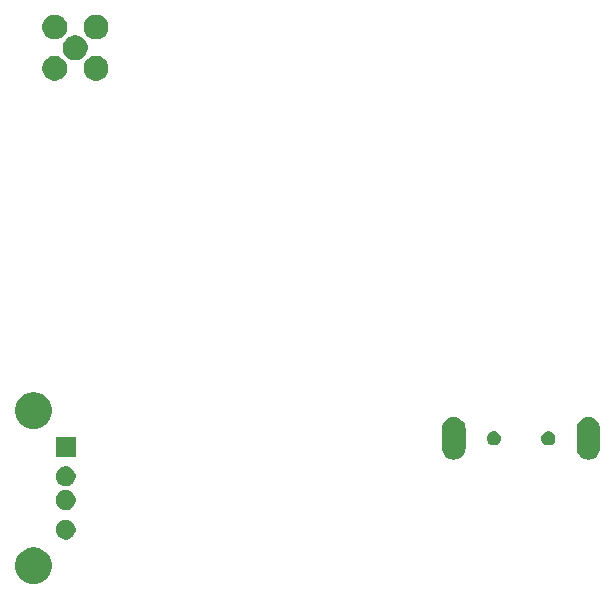
<source format=gbr>
G04 #@! TF.GenerationSoftware,KiCad,Pcbnew,5.1.4-5.1.4*
G04 #@! TF.CreationDate,2019-09-27T17:33:58+02:00*
G04 #@! TF.ProjectId,Backcover,4261636b-636f-4766-9572-2e6b69636164,rev?*
G04 #@! TF.SameCoordinates,Original*
G04 #@! TF.FileFunction,Soldermask,Bot*
G04 #@! TF.FilePolarity,Negative*
%FSLAX46Y46*%
G04 Gerber Fmt 4.6, Leading zero omitted, Abs format (unit mm)*
G04 Created by KiCad (PCBNEW 5.1.4-5.1.4) date 2019-09-27 17:33:58*
%MOMM*%
%LPD*%
G04 APERTURE LIST*
%ADD10C,0.100000*%
G04 APERTURE END LIST*
D10*
G36*
X9022585Y4151198D02*
G01*
X9172410Y4121396D01*
X9454674Y4004479D01*
X9708705Y3834741D01*
X9924741Y3618705D01*
X10094479Y3364674D01*
X10211396Y3082410D01*
X10271000Y2782760D01*
X10271000Y2477240D01*
X10211396Y2177590D01*
X10094479Y1895326D01*
X9924741Y1641295D01*
X9708705Y1425259D01*
X9454674Y1255521D01*
X9172410Y1138604D01*
X9022585Y1108802D01*
X8872761Y1079000D01*
X8567239Y1079000D01*
X8417415Y1108802D01*
X8267590Y1138604D01*
X7985326Y1255521D01*
X7731295Y1425259D01*
X7515259Y1641295D01*
X7345521Y1895326D01*
X7228604Y2177590D01*
X7169000Y2477240D01*
X7169000Y2782760D01*
X7228604Y3082410D01*
X7345521Y3364674D01*
X7515259Y3618705D01*
X7731295Y3834741D01*
X7985326Y4004479D01*
X8267590Y4121396D01*
X8417415Y4151198D01*
X8567239Y4181000D01*
X8872761Y4181000D01*
X9022585Y4151198D01*
X9022585Y4151198D01*
G37*
G36*
X11678228Y6518297D02*
G01*
X11833100Y6454147D01*
X11972481Y6361015D01*
X12091015Y6242481D01*
X12184147Y6103100D01*
X12248297Y5948228D01*
X12281000Y5783816D01*
X12281000Y5616184D01*
X12248297Y5451772D01*
X12184147Y5296900D01*
X12091015Y5157519D01*
X11972481Y5038985D01*
X11833100Y4945853D01*
X11678228Y4881703D01*
X11513816Y4849000D01*
X11346184Y4849000D01*
X11181772Y4881703D01*
X11026900Y4945853D01*
X10887519Y5038985D01*
X10768985Y5157519D01*
X10675853Y5296900D01*
X10611703Y5451772D01*
X10579000Y5616184D01*
X10579000Y5783816D01*
X10611703Y5948228D01*
X10675853Y6103100D01*
X10768985Y6242481D01*
X10887519Y6361015D01*
X11026900Y6454147D01*
X11181772Y6518297D01*
X11346184Y6551000D01*
X11513816Y6551000D01*
X11678228Y6518297D01*
X11678228Y6518297D01*
G37*
G36*
X11678228Y9018297D02*
G01*
X11833100Y8954147D01*
X11972481Y8861015D01*
X12091015Y8742481D01*
X12184147Y8603100D01*
X12248297Y8448228D01*
X12281000Y8283816D01*
X12281000Y8116184D01*
X12248297Y7951772D01*
X12184147Y7796900D01*
X12091015Y7657519D01*
X11972481Y7538985D01*
X11833100Y7445853D01*
X11678228Y7381703D01*
X11513816Y7349000D01*
X11346184Y7349000D01*
X11181772Y7381703D01*
X11026900Y7445853D01*
X10887519Y7538985D01*
X10768985Y7657519D01*
X10675853Y7796900D01*
X10611703Y7951772D01*
X10579000Y8116184D01*
X10579000Y8283816D01*
X10611703Y8448228D01*
X10675853Y8603100D01*
X10768985Y8742481D01*
X10887519Y8861015D01*
X11026900Y8954147D01*
X11181772Y9018297D01*
X11346184Y9051000D01*
X11513816Y9051000D01*
X11678228Y9018297D01*
X11678228Y9018297D01*
G37*
G36*
X11678228Y11018297D02*
G01*
X11833100Y10954147D01*
X11972481Y10861015D01*
X12091015Y10742481D01*
X12184147Y10603100D01*
X12248297Y10448228D01*
X12281000Y10283816D01*
X12281000Y10116184D01*
X12248297Y9951772D01*
X12184147Y9796900D01*
X12091015Y9657519D01*
X11972481Y9538985D01*
X11833100Y9445853D01*
X11678228Y9381703D01*
X11513816Y9349000D01*
X11346184Y9349000D01*
X11181772Y9381703D01*
X11026900Y9445853D01*
X10887519Y9538985D01*
X10768985Y9657519D01*
X10675853Y9796900D01*
X10611703Y9951772D01*
X10579000Y10116184D01*
X10579000Y10283816D01*
X10611703Y10448228D01*
X10675853Y10603100D01*
X10768985Y10742481D01*
X10887519Y10861015D01*
X11026900Y10954147D01*
X11181772Y11018297D01*
X11346184Y11051000D01*
X11513816Y11051000D01*
X11678228Y11018297D01*
X11678228Y11018297D01*
G37*
G36*
X55896227Y15206517D02*
G01*
X56084921Y15149277D01*
X56258815Y15056329D01*
X56411239Y14931239D01*
X56536329Y14778815D01*
X56629277Y14604922D01*
X56686517Y14416228D01*
X56701000Y14269175D01*
X56701000Y12570825D01*
X56686517Y12423772D01*
X56629277Y12235078D01*
X56536329Y12061185D01*
X56411239Y11908761D01*
X56258815Y11783671D01*
X56084922Y11690723D01*
X55896228Y11633483D01*
X55700000Y11614157D01*
X55503773Y11633483D01*
X55315079Y11690723D01*
X55141186Y11783671D01*
X54988762Y11908761D01*
X54863672Y12061185D01*
X54770722Y12235081D01*
X54713483Y12423769D01*
X54699000Y12570825D01*
X54699000Y14269174D01*
X54713483Y14416227D01*
X54770723Y14604921D01*
X54863671Y14778815D01*
X54988761Y14931239D01*
X55141185Y15056329D01*
X55315078Y15149277D01*
X55503772Y15206517D01*
X55700000Y15225843D01*
X55896227Y15206517D01*
X55896227Y15206517D01*
G37*
G36*
X44496227Y15206517D02*
G01*
X44684921Y15149277D01*
X44858815Y15056329D01*
X45011239Y14931239D01*
X45136329Y14778815D01*
X45229277Y14604922D01*
X45286517Y14416228D01*
X45301000Y14269175D01*
X45301000Y12570825D01*
X45286517Y12423772D01*
X45229277Y12235078D01*
X45136329Y12061185D01*
X45011239Y11908761D01*
X44858815Y11783671D01*
X44684922Y11690723D01*
X44496228Y11633483D01*
X44300000Y11614157D01*
X44103773Y11633483D01*
X43915079Y11690723D01*
X43741186Y11783671D01*
X43588762Y11908761D01*
X43463672Y12061185D01*
X43370722Y12235081D01*
X43313483Y12423769D01*
X43299000Y12570825D01*
X43299000Y14269174D01*
X43313483Y14416227D01*
X43370723Y14604921D01*
X43463671Y14778815D01*
X43588761Y14931239D01*
X43741185Y15056329D01*
X43915078Y15149277D01*
X44103772Y15206517D01*
X44300000Y15225843D01*
X44496227Y15206517D01*
X44496227Y15206517D01*
G37*
G36*
X12281000Y11849000D02*
G01*
X10579000Y11849000D01*
X10579000Y13551000D01*
X12281000Y13551000D01*
X12281000Y11849000D01*
X12281000Y11849000D01*
G37*
G36*
X47836601Y14005603D02*
G01*
X47875305Y13997904D01*
X47907340Y13984635D01*
X47984680Y13952600D01*
X48083115Y13886827D01*
X48166827Y13803115D01*
X48232600Y13704680D01*
X48277904Y13595304D01*
X48301000Y13479195D01*
X48301000Y13360805D01*
X48277904Y13244696D01*
X48232600Y13135320D01*
X48166827Y13036885D01*
X48083115Y12953173D01*
X47984680Y12887400D01*
X47907340Y12855365D01*
X47875305Y12842096D01*
X47836601Y12834397D01*
X47759195Y12819000D01*
X47640805Y12819000D01*
X47563399Y12834397D01*
X47524695Y12842096D01*
X47492660Y12855365D01*
X47415320Y12887400D01*
X47316885Y12953173D01*
X47233173Y13036885D01*
X47167400Y13135320D01*
X47122096Y13244696D01*
X47099000Y13360805D01*
X47099000Y13479195D01*
X47122096Y13595304D01*
X47167400Y13704680D01*
X47233173Y13803115D01*
X47316885Y13886827D01*
X47415320Y13952600D01*
X47492660Y13984635D01*
X47524695Y13997904D01*
X47563399Y14005603D01*
X47640805Y14021000D01*
X47759195Y14021000D01*
X47836601Y14005603D01*
X47836601Y14005603D01*
G37*
G36*
X52436601Y14005603D02*
G01*
X52475305Y13997904D01*
X52507340Y13984635D01*
X52584680Y13952600D01*
X52683115Y13886827D01*
X52766827Y13803115D01*
X52832600Y13704680D01*
X52877904Y13595304D01*
X52901000Y13479195D01*
X52901000Y13360805D01*
X52877904Y13244696D01*
X52832600Y13135320D01*
X52766827Y13036885D01*
X52683115Y12953173D01*
X52584680Y12887400D01*
X52507340Y12855365D01*
X52475305Y12842096D01*
X52436601Y12834397D01*
X52359195Y12819000D01*
X52240805Y12819000D01*
X52163399Y12834397D01*
X52124695Y12842096D01*
X52092660Y12855365D01*
X52015320Y12887400D01*
X51916885Y12953173D01*
X51833173Y13036885D01*
X51767400Y13135320D01*
X51722096Y13244696D01*
X51699000Y13360805D01*
X51699000Y13479195D01*
X51722096Y13595304D01*
X51767400Y13704680D01*
X51833173Y13803115D01*
X51916885Y13886827D01*
X52015320Y13952600D01*
X52092660Y13984635D01*
X52124695Y13997904D01*
X52163399Y14005603D01*
X52240805Y14021000D01*
X52359195Y14021000D01*
X52436601Y14005603D01*
X52436601Y14005603D01*
G37*
G36*
X9022585Y17291198D02*
G01*
X9172410Y17261396D01*
X9454674Y17144479D01*
X9708705Y16974741D01*
X9924741Y16758705D01*
X10094479Y16504674D01*
X10211396Y16222410D01*
X10271000Y15922760D01*
X10271000Y15617240D01*
X10211396Y15317590D01*
X10094479Y15035326D01*
X9924741Y14781295D01*
X9708705Y14565259D01*
X9454674Y14395521D01*
X9172410Y14278604D01*
X9022585Y14248802D01*
X8872761Y14219000D01*
X8567239Y14219000D01*
X8417415Y14248802D01*
X8267590Y14278604D01*
X7985326Y14395521D01*
X7731295Y14565259D01*
X7515259Y14781295D01*
X7345521Y15035326D01*
X7228604Y15317590D01*
X7169000Y15617240D01*
X7169000Y15922760D01*
X7228604Y16222410D01*
X7345521Y16504674D01*
X7515259Y16758705D01*
X7731295Y16974741D01*
X7985326Y17144479D01*
X8267590Y17261396D01*
X8417415Y17291198D01*
X8567239Y17321000D01*
X8872761Y17321000D01*
X9022585Y17291198D01*
X9022585Y17291198D01*
G37*
G36*
X10806564Y45760611D02*
G01*
X10992401Y45683635D01*
X10997835Y45681384D01*
X11166604Y45568616D01*
X11169973Y45566365D01*
X11316365Y45419973D01*
X11431385Y45247833D01*
X11510611Y45056564D01*
X11551000Y44853516D01*
X11551000Y44646484D01*
X11510611Y44443436D01*
X11431385Y44252167D01*
X11431384Y44252165D01*
X11316365Y44080027D01*
X11169973Y43933635D01*
X10997835Y43818616D01*
X10997834Y43818615D01*
X10997833Y43818615D01*
X10806564Y43739389D01*
X10603516Y43699000D01*
X10396484Y43699000D01*
X10193436Y43739389D01*
X10002167Y43818615D01*
X10002166Y43818615D01*
X10002165Y43818616D01*
X9830027Y43933635D01*
X9683635Y44080027D01*
X9568616Y44252165D01*
X9568615Y44252167D01*
X9489389Y44443436D01*
X9449000Y44646484D01*
X9449000Y44853516D01*
X9489389Y45056564D01*
X9568615Y45247833D01*
X9683635Y45419973D01*
X9830027Y45566365D01*
X9833396Y45568616D01*
X10002165Y45681384D01*
X10007599Y45683635D01*
X10193436Y45760611D01*
X10396484Y45801000D01*
X10603516Y45801000D01*
X10806564Y45760611D01*
X10806564Y45760611D01*
G37*
G36*
X14306564Y45760611D02*
G01*
X14492401Y45683635D01*
X14497835Y45681384D01*
X14666604Y45568616D01*
X14669973Y45566365D01*
X14816365Y45419973D01*
X14931385Y45247833D01*
X15010611Y45056564D01*
X15051000Y44853516D01*
X15051000Y44646484D01*
X15010611Y44443436D01*
X14931385Y44252167D01*
X14931384Y44252165D01*
X14816365Y44080027D01*
X14669973Y43933635D01*
X14497835Y43818616D01*
X14497834Y43818615D01*
X14497833Y43818615D01*
X14306564Y43739389D01*
X14103516Y43699000D01*
X13896484Y43699000D01*
X13693436Y43739389D01*
X13502167Y43818615D01*
X13502166Y43818615D01*
X13502165Y43818616D01*
X13330027Y43933635D01*
X13183635Y44080027D01*
X13068616Y44252165D01*
X13068615Y44252167D01*
X12989389Y44443436D01*
X12949000Y44646484D01*
X12949000Y44853516D01*
X12989389Y45056564D01*
X13068615Y45247833D01*
X13183635Y45419973D01*
X13330027Y45566365D01*
X13333396Y45568616D01*
X13502165Y45681384D01*
X13507599Y45683635D01*
X13693436Y45760611D01*
X13896484Y45801000D01*
X14103516Y45801000D01*
X14306564Y45760611D01*
X14306564Y45760611D01*
G37*
G36*
X12556564Y47510611D02*
G01*
X12742401Y47433635D01*
X12747835Y47431384D01*
X12916604Y47318616D01*
X12919973Y47316365D01*
X13066365Y47169973D01*
X13181385Y46997833D01*
X13260611Y46806564D01*
X13301000Y46603516D01*
X13301000Y46396484D01*
X13260611Y46193436D01*
X13181385Y46002167D01*
X13181384Y46002165D01*
X13066365Y45830027D01*
X12919973Y45683635D01*
X12747835Y45568616D01*
X12747834Y45568615D01*
X12747833Y45568615D01*
X12556564Y45489389D01*
X12353516Y45449000D01*
X12146484Y45449000D01*
X11943436Y45489389D01*
X11752167Y45568615D01*
X11752166Y45568615D01*
X11752165Y45568616D01*
X11580027Y45683635D01*
X11433635Y45830027D01*
X11318616Y46002165D01*
X11318615Y46002167D01*
X11239389Y46193436D01*
X11199000Y46396484D01*
X11199000Y46603516D01*
X11239389Y46806564D01*
X11318615Y46997833D01*
X11433635Y47169973D01*
X11580027Y47316365D01*
X11583396Y47318616D01*
X11752165Y47431384D01*
X11757599Y47433635D01*
X11943436Y47510611D01*
X12146484Y47551000D01*
X12353516Y47551000D01*
X12556564Y47510611D01*
X12556564Y47510611D01*
G37*
G36*
X14306564Y49260611D02*
G01*
X14497833Y49181385D01*
X14497835Y49181384D01*
X14669973Y49066365D01*
X14816365Y48919973D01*
X14931385Y48747833D01*
X15010611Y48556564D01*
X15051000Y48353516D01*
X15051000Y48146484D01*
X15010611Y47943436D01*
X14931385Y47752167D01*
X14931384Y47752165D01*
X14816365Y47580027D01*
X14669973Y47433635D01*
X14497835Y47318616D01*
X14497834Y47318615D01*
X14497833Y47318615D01*
X14306564Y47239389D01*
X14103516Y47199000D01*
X13896484Y47199000D01*
X13693436Y47239389D01*
X13502167Y47318615D01*
X13502166Y47318615D01*
X13502165Y47318616D01*
X13330027Y47433635D01*
X13183635Y47580027D01*
X13068616Y47752165D01*
X13068615Y47752167D01*
X12989389Y47943436D01*
X12949000Y48146484D01*
X12949000Y48353516D01*
X12989389Y48556564D01*
X13068615Y48747833D01*
X13183635Y48919973D01*
X13330027Y49066365D01*
X13502165Y49181384D01*
X13502167Y49181385D01*
X13693436Y49260611D01*
X13896484Y49301000D01*
X14103516Y49301000D01*
X14306564Y49260611D01*
X14306564Y49260611D01*
G37*
G36*
X10806564Y49260611D02*
G01*
X10997833Y49181385D01*
X10997835Y49181384D01*
X11169973Y49066365D01*
X11316365Y48919973D01*
X11431385Y48747833D01*
X11510611Y48556564D01*
X11551000Y48353516D01*
X11551000Y48146484D01*
X11510611Y47943436D01*
X11431385Y47752167D01*
X11431384Y47752165D01*
X11316365Y47580027D01*
X11169973Y47433635D01*
X10997835Y47318616D01*
X10997834Y47318615D01*
X10997833Y47318615D01*
X10806564Y47239389D01*
X10603516Y47199000D01*
X10396484Y47199000D01*
X10193436Y47239389D01*
X10002167Y47318615D01*
X10002166Y47318615D01*
X10002165Y47318616D01*
X9830027Y47433635D01*
X9683635Y47580027D01*
X9568616Y47752165D01*
X9568615Y47752167D01*
X9489389Y47943436D01*
X9449000Y48146484D01*
X9449000Y48353516D01*
X9489389Y48556564D01*
X9568615Y48747833D01*
X9683635Y48919973D01*
X9830027Y49066365D01*
X10002165Y49181384D01*
X10002167Y49181385D01*
X10193436Y49260611D01*
X10396484Y49301000D01*
X10603516Y49301000D01*
X10806564Y49260611D01*
X10806564Y49260611D01*
G37*
M02*

</source>
